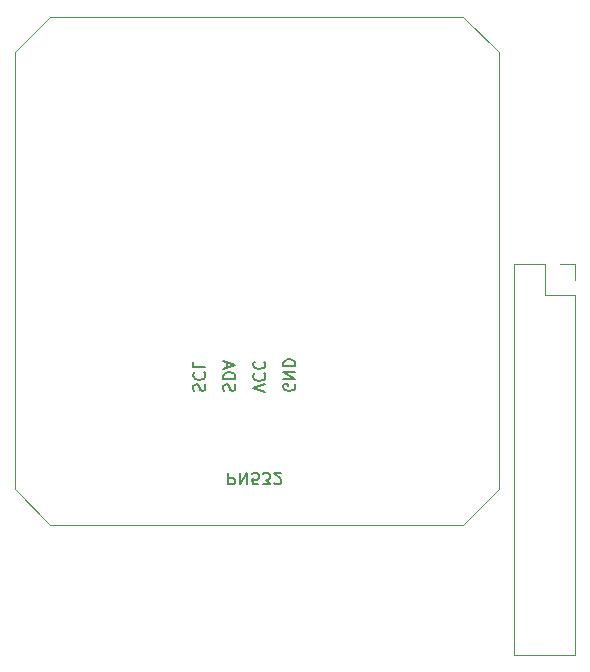
<source format=gbo>
%TF.GenerationSoftware,KiCad,Pcbnew,8.0.4-8.0.4-0~ubuntu22.04.1*%
%TF.CreationDate,2024-09-28T14:33:57-04:00*%
%TF.ProjectId,hivemind-pcb,68697665-6d69-46e6-942d-7063622e6b69,rev?*%
%TF.SameCoordinates,Original*%
%TF.FileFunction,Legend,Bot*%
%TF.FilePolarity,Positive*%
%FSLAX46Y46*%
G04 Gerber Fmt 4.6, Leading zero omitted, Abs format (unit mm)*
G04 Created by KiCad (PCBNEW 8.0.4-8.0.4-0~ubuntu22.04.1) date 2024-09-28 14:33:57*
%MOMM*%
%LPD*%
G01*
G04 APERTURE LIST*
%ADD10C,0.100000*%
%ADD11C,0.200000*%
%ADD12C,0.150000*%
%ADD13C,0.120000*%
G04 APERTURE END LIST*
D10*
X221250000Y-90000000D02*
X186250000Y-90000000D01*
X183250000Y-87000000D02*
X183250000Y-50000000D01*
X183250000Y-50000000D02*
X186250000Y-47000000D01*
X186250000Y-47000000D02*
X221250000Y-47000000D01*
X221250000Y-47000000D02*
X224250000Y-50000000D01*
X224250000Y-87000000D02*
X221250000Y-90000000D01*
X224250000Y-50000000D02*
X224250000Y-87000000D01*
X186250000Y-90000000D02*
X183250000Y-87000000D01*
D11*
X204462780Y-78773183D02*
X203462780Y-78439850D01*
X203462780Y-78439850D02*
X204462780Y-78106517D01*
X203558019Y-77201755D02*
X203510400Y-77249374D01*
X203510400Y-77249374D02*
X203462780Y-77392231D01*
X203462780Y-77392231D02*
X203462780Y-77487469D01*
X203462780Y-77487469D02*
X203510400Y-77630326D01*
X203510400Y-77630326D02*
X203605638Y-77725564D01*
X203605638Y-77725564D02*
X203700876Y-77773183D01*
X203700876Y-77773183D02*
X203891352Y-77820802D01*
X203891352Y-77820802D02*
X204034209Y-77820802D01*
X204034209Y-77820802D02*
X204224685Y-77773183D01*
X204224685Y-77773183D02*
X204319923Y-77725564D01*
X204319923Y-77725564D02*
X204415161Y-77630326D01*
X204415161Y-77630326D02*
X204462780Y-77487469D01*
X204462780Y-77487469D02*
X204462780Y-77392231D01*
X204462780Y-77392231D02*
X204415161Y-77249374D01*
X204415161Y-77249374D02*
X204367542Y-77201755D01*
X203558019Y-76201755D02*
X203510400Y-76249374D01*
X203510400Y-76249374D02*
X203462780Y-76392231D01*
X203462780Y-76392231D02*
X203462780Y-76487469D01*
X203462780Y-76487469D02*
X203510400Y-76630326D01*
X203510400Y-76630326D02*
X203605638Y-76725564D01*
X203605638Y-76725564D02*
X203700876Y-76773183D01*
X203700876Y-76773183D02*
X203891352Y-76820802D01*
X203891352Y-76820802D02*
X204034209Y-76820802D01*
X204034209Y-76820802D02*
X204224685Y-76773183D01*
X204224685Y-76773183D02*
X204319923Y-76725564D01*
X204319923Y-76725564D02*
X204415161Y-76630326D01*
X204415161Y-76630326D02*
X204462780Y-76487469D01*
X204462780Y-76487469D02*
X204462780Y-76392231D01*
X204462780Y-76392231D02*
X204415161Y-76249374D01*
X204415161Y-76249374D02*
X204367542Y-76201755D01*
X198430400Y-78677945D02*
X198382780Y-78535088D01*
X198382780Y-78535088D02*
X198382780Y-78296993D01*
X198382780Y-78296993D02*
X198430400Y-78201755D01*
X198430400Y-78201755D02*
X198478019Y-78154136D01*
X198478019Y-78154136D02*
X198573257Y-78106517D01*
X198573257Y-78106517D02*
X198668495Y-78106517D01*
X198668495Y-78106517D02*
X198763733Y-78154136D01*
X198763733Y-78154136D02*
X198811352Y-78201755D01*
X198811352Y-78201755D02*
X198858971Y-78296993D01*
X198858971Y-78296993D02*
X198906590Y-78487469D01*
X198906590Y-78487469D02*
X198954209Y-78582707D01*
X198954209Y-78582707D02*
X199001828Y-78630326D01*
X199001828Y-78630326D02*
X199097066Y-78677945D01*
X199097066Y-78677945D02*
X199192304Y-78677945D01*
X199192304Y-78677945D02*
X199287542Y-78630326D01*
X199287542Y-78630326D02*
X199335161Y-78582707D01*
X199335161Y-78582707D02*
X199382780Y-78487469D01*
X199382780Y-78487469D02*
X199382780Y-78249374D01*
X199382780Y-78249374D02*
X199335161Y-78106517D01*
X198478019Y-77106517D02*
X198430400Y-77154136D01*
X198430400Y-77154136D02*
X198382780Y-77296993D01*
X198382780Y-77296993D02*
X198382780Y-77392231D01*
X198382780Y-77392231D02*
X198430400Y-77535088D01*
X198430400Y-77535088D02*
X198525638Y-77630326D01*
X198525638Y-77630326D02*
X198620876Y-77677945D01*
X198620876Y-77677945D02*
X198811352Y-77725564D01*
X198811352Y-77725564D02*
X198954209Y-77725564D01*
X198954209Y-77725564D02*
X199144685Y-77677945D01*
X199144685Y-77677945D02*
X199239923Y-77630326D01*
X199239923Y-77630326D02*
X199335161Y-77535088D01*
X199335161Y-77535088D02*
X199382780Y-77392231D01*
X199382780Y-77392231D02*
X199382780Y-77296993D01*
X199382780Y-77296993D02*
X199335161Y-77154136D01*
X199335161Y-77154136D02*
X199287542Y-77106517D01*
X198382780Y-76201755D02*
X198382780Y-76677945D01*
X198382780Y-76677945D02*
X199382780Y-76677945D01*
X206955161Y-78106517D02*
X207002780Y-78201755D01*
X207002780Y-78201755D02*
X207002780Y-78344612D01*
X207002780Y-78344612D02*
X206955161Y-78487469D01*
X206955161Y-78487469D02*
X206859923Y-78582707D01*
X206859923Y-78582707D02*
X206764685Y-78630326D01*
X206764685Y-78630326D02*
X206574209Y-78677945D01*
X206574209Y-78677945D02*
X206431352Y-78677945D01*
X206431352Y-78677945D02*
X206240876Y-78630326D01*
X206240876Y-78630326D02*
X206145638Y-78582707D01*
X206145638Y-78582707D02*
X206050400Y-78487469D01*
X206050400Y-78487469D02*
X206002780Y-78344612D01*
X206002780Y-78344612D02*
X206002780Y-78249374D01*
X206002780Y-78249374D02*
X206050400Y-78106517D01*
X206050400Y-78106517D02*
X206098019Y-78058898D01*
X206098019Y-78058898D02*
X206431352Y-78058898D01*
X206431352Y-78058898D02*
X206431352Y-78249374D01*
X206002780Y-77630326D02*
X207002780Y-77630326D01*
X207002780Y-77630326D02*
X206002780Y-77058898D01*
X206002780Y-77058898D02*
X207002780Y-77058898D01*
X206002780Y-76582707D02*
X207002780Y-76582707D01*
X207002780Y-76582707D02*
X207002780Y-76344612D01*
X207002780Y-76344612D02*
X206955161Y-76201755D01*
X206955161Y-76201755D02*
X206859923Y-76106517D01*
X206859923Y-76106517D02*
X206764685Y-76058898D01*
X206764685Y-76058898D02*
X206574209Y-76011279D01*
X206574209Y-76011279D02*
X206431352Y-76011279D01*
X206431352Y-76011279D02*
X206240876Y-76058898D01*
X206240876Y-76058898D02*
X206145638Y-76106517D01*
X206145638Y-76106517D02*
X206050400Y-76201755D01*
X206050400Y-76201755D02*
X206002780Y-76344612D01*
X206002780Y-76344612D02*
X206002780Y-76582707D01*
X200970400Y-78677945D02*
X200922780Y-78535088D01*
X200922780Y-78535088D02*
X200922780Y-78296993D01*
X200922780Y-78296993D02*
X200970400Y-78201755D01*
X200970400Y-78201755D02*
X201018019Y-78154136D01*
X201018019Y-78154136D02*
X201113257Y-78106517D01*
X201113257Y-78106517D02*
X201208495Y-78106517D01*
X201208495Y-78106517D02*
X201303733Y-78154136D01*
X201303733Y-78154136D02*
X201351352Y-78201755D01*
X201351352Y-78201755D02*
X201398971Y-78296993D01*
X201398971Y-78296993D02*
X201446590Y-78487469D01*
X201446590Y-78487469D02*
X201494209Y-78582707D01*
X201494209Y-78582707D02*
X201541828Y-78630326D01*
X201541828Y-78630326D02*
X201637066Y-78677945D01*
X201637066Y-78677945D02*
X201732304Y-78677945D01*
X201732304Y-78677945D02*
X201827542Y-78630326D01*
X201827542Y-78630326D02*
X201875161Y-78582707D01*
X201875161Y-78582707D02*
X201922780Y-78487469D01*
X201922780Y-78487469D02*
X201922780Y-78249374D01*
X201922780Y-78249374D02*
X201875161Y-78106517D01*
X200922780Y-77677945D02*
X201922780Y-77677945D01*
X201922780Y-77677945D02*
X201922780Y-77439850D01*
X201922780Y-77439850D02*
X201875161Y-77296993D01*
X201875161Y-77296993D02*
X201779923Y-77201755D01*
X201779923Y-77201755D02*
X201684685Y-77154136D01*
X201684685Y-77154136D02*
X201494209Y-77106517D01*
X201494209Y-77106517D02*
X201351352Y-77106517D01*
X201351352Y-77106517D02*
X201160876Y-77154136D01*
X201160876Y-77154136D02*
X201065638Y-77201755D01*
X201065638Y-77201755D02*
X200970400Y-77296993D01*
X200970400Y-77296993D02*
X200922780Y-77439850D01*
X200922780Y-77439850D02*
X200922780Y-77677945D01*
X201208495Y-76725564D02*
X201208495Y-76249374D01*
X200922780Y-76820802D02*
X201922780Y-76487469D01*
X201922780Y-76487469D02*
X200922780Y-76154136D01*
D12*
X201345714Y-85585180D02*
X201345714Y-86585180D01*
X201345714Y-86585180D02*
X201726666Y-86585180D01*
X201726666Y-86585180D02*
X201821904Y-86537561D01*
X201821904Y-86537561D02*
X201869523Y-86489942D01*
X201869523Y-86489942D02*
X201917142Y-86394704D01*
X201917142Y-86394704D02*
X201917142Y-86251847D01*
X201917142Y-86251847D02*
X201869523Y-86156609D01*
X201869523Y-86156609D02*
X201821904Y-86108990D01*
X201821904Y-86108990D02*
X201726666Y-86061371D01*
X201726666Y-86061371D02*
X201345714Y-86061371D01*
X202345714Y-85585180D02*
X202345714Y-86585180D01*
X202345714Y-86585180D02*
X202917142Y-85585180D01*
X202917142Y-85585180D02*
X202917142Y-86585180D01*
X203869523Y-86585180D02*
X203393333Y-86585180D01*
X203393333Y-86585180D02*
X203345714Y-86108990D01*
X203345714Y-86108990D02*
X203393333Y-86156609D01*
X203393333Y-86156609D02*
X203488571Y-86204228D01*
X203488571Y-86204228D02*
X203726666Y-86204228D01*
X203726666Y-86204228D02*
X203821904Y-86156609D01*
X203821904Y-86156609D02*
X203869523Y-86108990D01*
X203869523Y-86108990D02*
X203917142Y-86013752D01*
X203917142Y-86013752D02*
X203917142Y-85775657D01*
X203917142Y-85775657D02*
X203869523Y-85680419D01*
X203869523Y-85680419D02*
X203821904Y-85632800D01*
X203821904Y-85632800D02*
X203726666Y-85585180D01*
X203726666Y-85585180D02*
X203488571Y-85585180D01*
X203488571Y-85585180D02*
X203393333Y-85632800D01*
X203393333Y-85632800D02*
X203345714Y-85680419D01*
X204250476Y-86585180D02*
X204869523Y-86585180D01*
X204869523Y-86585180D02*
X204536190Y-86204228D01*
X204536190Y-86204228D02*
X204679047Y-86204228D01*
X204679047Y-86204228D02*
X204774285Y-86156609D01*
X204774285Y-86156609D02*
X204821904Y-86108990D01*
X204821904Y-86108990D02*
X204869523Y-86013752D01*
X204869523Y-86013752D02*
X204869523Y-85775657D01*
X204869523Y-85775657D02*
X204821904Y-85680419D01*
X204821904Y-85680419D02*
X204774285Y-85632800D01*
X204774285Y-85632800D02*
X204679047Y-85585180D01*
X204679047Y-85585180D02*
X204393333Y-85585180D01*
X204393333Y-85585180D02*
X204298095Y-85632800D01*
X204298095Y-85632800D02*
X204250476Y-85680419D01*
X205250476Y-86489942D02*
X205298095Y-86537561D01*
X205298095Y-86537561D02*
X205393333Y-86585180D01*
X205393333Y-86585180D02*
X205631428Y-86585180D01*
X205631428Y-86585180D02*
X205726666Y-86537561D01*
X205726666Y-86537561D02*
X205774285Y-86489942D01*
X205774285Y-86489942D02*
X205821904Y-86394704D01*
X205821904Y-86394704D02*
X205821904Y-86299466D01*
X205821904Y-86299466D02*
X205774285Y-86156609D01*
X205774285Y-86156609D02*
X205202857Y-85585180D01*
X205202857Y-85585180D02*
X205821904Y-85585180D01*
D13*
%TO.C,OPiZero3*%
X230730000Y-101060000D02*
X230730000Y-70520000D01*
X230730000Y-67920000D02*
X230730000Y-69250000D01*
X229400000Y-67920000D02*
X230730000Y-67920000D01*
X228130000Y-70520000D02*
X230730000Y-70520000D01*
X228130000Y-67920000D02*
X228130000Y-70520000D01*
X225530000Y-101060000D02*
X230730000Y-101060000D01*
X225530000Y-101060000D02*
X225530000Y-67920000D01*
X225530000Y-67920000D02*
X228130000Y-67920000D01*
%TD*%
M02*

</source>
